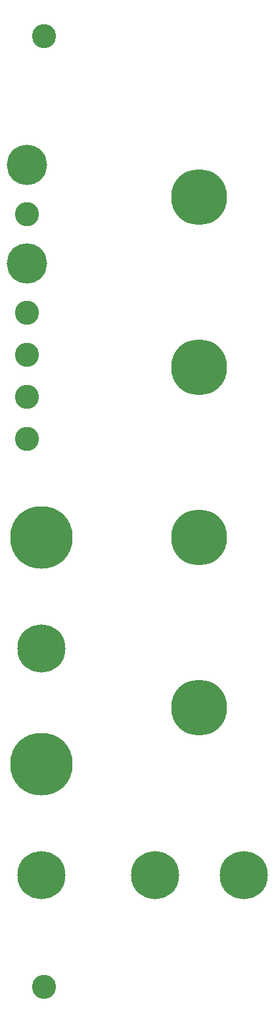
<source format=gbr>
%TF.GenerationSoftware,KiCad,Pcbnew,(6.0.0)*%
%TF.CreationDate,2022-11-14T01:30:50+01:00*%
%TF.ProjectId,Apeks Panel 8mm buttons,4170656b-7320-4506-916e-656c20386d6d,rev?*%
%TF.SameCoordinates,Original*%
%TF.FileFunction,Copper,L2,Bot*%
%TF.FilePolarity,Positive*%
%FSLAX46Y46*%
G04 Gerber Fmt 4.6, Leading zero omitted, Abs format (unit mm)*
G04 Created by KiCad (PCBNEW (6.0.0)) date 2022-11-14 01:30:50*
%MOMM*%
%LPD*%
G01*
G04 APERTURE LIST*
%TA.AperFunction,ComponentPad*%
%ADD10C,6.200000*%
%TD*%
%TA.AperFunction,ComponentPad*%
%ADD11C,8.050000*%
%TD*%
%TA.AperFunction,ComponentPad*%
%ADD12C,3.100000*%
%TD*%
%TA.AperFunction,ComponentPad*%
%ADD13C,5.200000*%
%TD*%
%TA.AperFunction,ComponentPad*%
%ADD14C,7.200000*%
%TD*%
G04 APERTURE END LIST*
D10*
%TO.P,Ref\u002A\u002A,1*%
%TO.N,N/C*%
X86980000Y-146850000D03*
D11*
%TO.P,Ref\u002A\u002A,2*%
X86980000Y-132559998D03*
D10*
%TO.P,Ref\u002A\u002A,3*%
X86980000Y-117639999D03*
D11*
%TO.P,Ref\u002A\u002A,4*%
X86980000Y-103349998D03*
D12*
%TO.P,Ref\u002A\u002A,5*%
X85070000Y-90650002D03*
%TO.P,Ref\u002A\u002A,6*%
X85070000Y-85250000D03*
%TO.P,Ref\u002A\u002A,7*%
X85070000Y-79849998D03*
%TO.P,Ref\u002A\u002A,8*%
X85070000Y-74450001D03*
D13*
%TO.P,Ref\u002A\u002A,9*%
X85070000Y-68099998D03*
D12*
%TO.P,Ref\u002A\u002A,10*%
X85070000Y-61750000D03*
D13*
%TO.P,Ref\u002A\u002A,11*%
X85070000Y-55400000D03*
D10*
%TO.P,Ref\u002A\u002A,12*%
X101580000Y-146850000D03*
%TO.P,Ref\u002A\u002A,13*%
X113010000Y-146850000D03*
D14*
%TO.P,Ref\u002A\u002A,14*%
X107300001Y-125260002D03*
%TO.P,Ref\u002A\u002A,15*%
X107300001Y-103349998D03*
%TO.P,Ref\u002A\u002A,16*%
X107300001Y-81439999D03*
%TO.P,Ref\u002A\u002A,17*%
X107300001Y-59530001D03*
D12*
%TO.P,Ref\u002A\u002A,18*%
X87300000Y-161250000D03*
%TO.P,Ref\u002A\u002A,19*%
X87300000Y-38750000D03*
%TD*%
M02*

</source>
